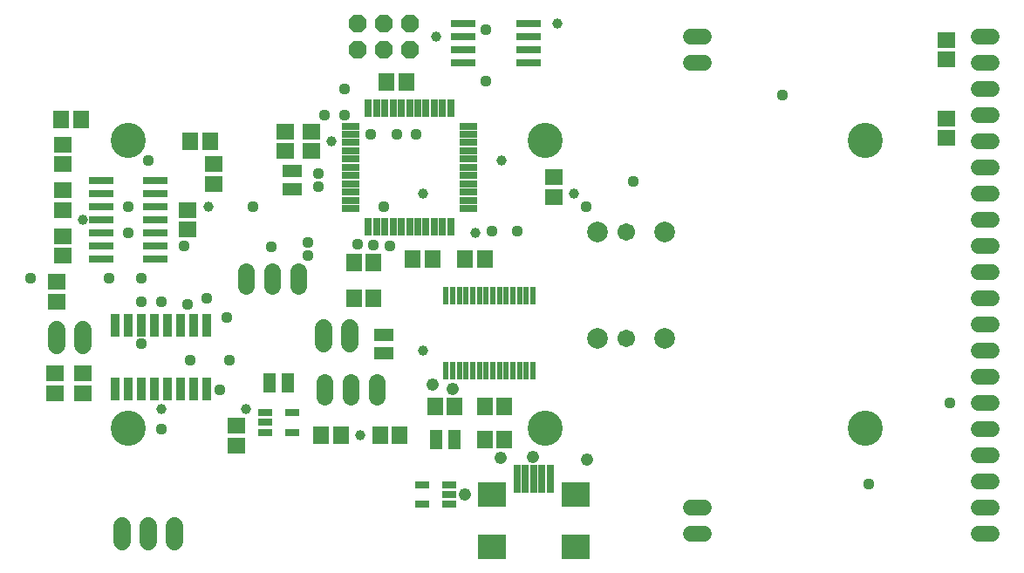
<source format=gts>
G75*
%MOIN*%
%OFA0B0*%
%FSLAX24Y24*%
%IPPOS*%
%LPD*%
%AMOC8*
5,1,8,0,0,1.08239X$1,22.5*
%
%ADD10C,0.1340*%
%ADD11R,0.0297X0.0690*%
%ADD12R,0.0690X0.0297*%
%ADD13R,0.0592X0.0671*%
%ADD14R,0.0671X0.0592*%
%ADD15R,0.0781X0.0482*%
%ADD16OC8,0.0680*%
%ADD17R,0.0946X0.0316*%
%ADD18R,0.0340X0.0880*%
%ADD19R,0.0237X0.0671*%
%ADD20C,0.0595*%
%ADD21C,0.0674*%
%ADD22C,0.0789*%
%ADD23R,0.0552X0.0297*%
%ADD24C,0.0680*%
%ADD25R,0.0482X0.0781*%
%ADD26C,0.0640*%
%ADD27R,0.0946X0.0277*%
%ADD28R,0.0276X0.1060*%
%ADD29R,0.1060X0.0950*%
%ADD30C,0.0390*%
%ADD31C,0.0476*%
%ADD32C,0.0440*%
D10*
X004355Y005950D03*
X020300Y005950D03*
X032505Y005950D03*
X032505Y016974D03*
X020300Y016974D03*
X004355Y016974D03*
D11*
X013530Y018199D03*
X013845Y018199D03*
X014160Y018199D03*
X014475Y018199D03*
X014790Y018199D03*
X015105Y018199D03*
X015420Y018199D03*
X015735Y018199D03*
X016050Y018199D03*
X016365Y018199D03*
X016680Y018199D03*
X016680Y013671D03*
X016365Y013671D03*
X016050Y013671D03*
X015735Y013671D03*
X015420Y013671D03*
X015105Y013671D03*
X014790Y013671D03*
X014475Y013671D03*
X014160Y013671D03*
X013845Y013671D03*
X013530Y013671D03*
D12*
X012841Y014360D03*
X012841Y014675D03*
X012841Y014990D03*
X012841Y015305D03*
X012841Y015620D03*
X012841Y015935D03*
X012841Y016250D03*
X012841Y016565D03*
X012841Y016880D03*
X012841Y017195D03*
X012841Y017510D03*
X017369Y017510D03*
X017369Y017195D03*
X017369Y016880D03*
X017369Y016565D03*
X017369Y016250D03*
X017369Y015935D03*
X017369Y015620D03*
X017369Y015305D03*
X017369Y014990D03*
X017369Y014675D03*
X017369Y014360D03*
D13*
X017231Y012435D03*
X017979Y012435D03*
X015979Y012435D03*
X015231Y012435D03*
X013729Y012310D03*
X012981Y012310D03*
X012981Y010935D03*
X013729Y010935D03*
X016081Y006785D03*
X016829Y006785D03*
X017981Y006785D03*
X018729Y006785D03*
X018729Y005535D03*
X017981Y005535D03*
X014729Y005685D03*
X013981Y005685D03*
X012479Y005685D03*
X011731Y005685D03*
X007479Y016935D03*
X006731Y016935D03*
X002537Y017757D03*
X001789Y017757D03*
X014231Y019185D03*
X014979Y019185D03*
D14*
X011355Y017309D03*
X010355Y017309D03*
X010355Y016561D03*
X011355Y016561D03*
X007605Y016059D03*
X007605Y015311D03*
X006605Y014309D03*
X006605Y013561D03*
X001855Y013309D03*
X001855Y012561D03*
X001605Y011559D03*
X001605Y010811D03*
X001555Y008059D03*
X002605Y008059D03*
X002605Y007311D03*
X001555Y007311D03*
X008480Y006059D03*
X008480Y005311D03*
X001855Y014311D03*
X001855Y015059D03*
X001855Y016061D03*
X001855Y016809D03*
X020635Y015549D03*
X020635Y014801D03*
X035605Y017061D03*
X035605Y017809D03*
X035605Y020061D03*
X035605Y020809D03*
D15*
X014105Y009535D03*
X014105Y008835D03*
X010605Y015085D03*
X010605Y015785D03*
D16*
X013105Y020435D03*
X014105Y020435D03*
X015105Y020435D03*
X015105Y021435D03*
X014105Y021435D03*
X013105Y021435D03*
D17*
X005379Y015435D03*
X005379Y014935D03*
X005379Y014435D03*
X005379Y013935D03*
X005379Y013435D03*
X005379Y012935D03*
X005379Y012435D03*
X003331Y012435D03*
X003331Y012935D03*
X003331Y013435D03*
X003331Y013935D03*
X003331Y014435D03*
X003331Y014935D03*
X003331Y015435D03*
D18*
X003855Y009895D03*
X004355Y009895D03*
X004855Y009895D03*
X005355Y009895D03*
X005855Y009895D03*
X006355Y009895D03*
X006855Y009895D03*
X007355Y009895D03*
X007355Y007475D03*
X006855Y007475D03*
X006355Y007475D03*
X005855Y007475D03*
X005355Y007475D03*
X004855Y007475D03*
X004355Y007475D03*
X003855Y007475D03*
D19*
X016492Y008158D03*
X016748Y008158D03*
X017003Y008158D03*
X017259Y008158D03*
X017515Y008158D03*
X017771Y008158D03*
X018027Y008158D03*
X018283Y008158D03*
X018539Y008158D03*
X018795Y008158D03*
X019051Y008158D03*
X019307Y008158D03*
X019562Y008158D03*
X019818Y008158D03*
X019818Y011012D03*
X019562Y011012D03*
X019307Y011012D03*
X019051Y011012D03*
X018795Y011012D03*
X018539Y011012D03*
X018283Y011012D03*
X018027Y011012D03*
X017771Y011012D03*
X017515Y011012D03*
X017259Y011012D03*
X017003Y011012D03*
X016748Y011012D03*
X016492Y011012D03*
D20*
X025848Y002936D02*
X026363Y002936D01*
X026363Y001936D02*
X025848Y001936D01*
X036848Y001936D02*
X037363Y001936D01*
X037363Y002936D02*
X036848Y002936D01*
X036848Y003936D02*
X037363Y003936D01*
X037363Y004936D02*
X036848Y004936D01*
X036848Y005936D02*
X037363Y005936D01*
X037363Y006936D02*
X036848Y006936D01*
X036848Y007936D02*
X037363Y007936D01*
X037363Y008936D02*
X036848Y008936D01*
X036848Y009936D02*
X037363Y009936D01*
X037363Y010936D02*
X036848Y010936D01*
X036848Y011936D02*
X037363Y011936D01*
X037363Y012936D02*
X036848Y012936D01*
X036848Y013936D02*
X037363Y013936D01*
X037363Y014936D02*
X036848Y014936D01*
X036848Y015936D02*
X037363Y015936D01*
X037363Y016936D02*
X036848Y016936D01*
X036848Y017936D02*
X037363Y017936D01*
X037363Y018936D02*
X036848Y018936D01*
X036848Y019936D02*
X037363Y019936D01*
X037363Y020936D02*
X036848Y020936D01*
X026363Y020936D02*
X025848Y020936D01*
X025848Y019936D02*
X026363Y019936D01*
D21*
X023380Y013463D03*
X023380Y009407D03*
D22*
X022278Y009407D03*
X024837Y009407D03*
X024837Y013463D03*
X022278Y013463D03*
D23*
X010617Y006559D03*
X009593Y006559D03*
X009593Y006185D03*
X009593Y005811D03*
X010617Y005811D03*
X015593Y003809D03*
X015593Y003061D03*
X016617Y003061D03*
X016617Y003435D03*
X016617Y003809D03*
D24*
X004105Y002235D02*
X004105Y001635D01*
X005105Y001635D02*
X005105Y002235D01*
X006105Y002235D02*
X006105Y001635D01*
X002605Y009135D02*
X002605Y009735D01*
X001605Y009735D02*
X001605Y009135D01*
X011831Y009182D02*
X011831Y009782D01*
X012831Y009782D02*
X012831Y009182D01*
D25*
X010455Y007685D03*
X009755Y007685D03*
X016105Y005535D03*
X016805Y005535D03*
D26*
X013855Y007155D02*
X013855Y007715D01*
X012855Y007715D02*
X012855Y007155D01*
X011855Y007155D02*
X011855Y007715D01*
X010855Y011405D02*
X010855Y011965D01*
X009855Y011965D02*
X009855Y011405D01*
X008855Y011405D02*
X008855Y011965D01*
D27*
X017163Y019935D03*
X017163Y020435D03*
X017163Y020935D03*
X017163Y021435D03*
X019647Y021431D03*
X019647Y020931D03*
X019647Y020431D03*
X019647Y019935D03*
D28*
X019525Y004025D03*
X019210Y004025D03*
X019840Y004025D03*
X020155Y004025D03*
X020470Y004025D03*
D29*
X021440Y003425D03*
X021440Y001425D03*
X018240Y001425D03*
X018240Y003425D03*
D30*
X013230Y005685D03*
X008855Y006685D03*
X005605Y006685D03*
X015605Y008935D03*
X017605Y013435D03*
X015605Y014935D03*
X018605Y016185D03*
X021380Y014935D03*
X012105Y016935D03*
X007418Y014435D03*
X002605Y013935D03*
X016105Y020935D03*
X020755Y021435D03*
D31*
X015995Y007615D03*
X016745Y007465D03*
X018585Y004825D03*
X019825Y004875D03*
X021895Y004755D03*
X017235Y003435D03*
D32*
X008230Y008560D03*
X006730Y008560D03*
X007855Y007435D03*
X005605Y005935D03*
X004855Y009185D03*
X006605Y010685D03*
X007355Y010935D03*
X008105Y010185D03*
X005605Y010810D03*
X004855Y010810D03*
X004855Y011685D03*
X003605Y011685D03*
X004355Y013435D03*
X004355Y014435D03*
X006480Y012935D03*
X009105Y014435D03*
X011230Y013060D03*
X011230Y012560D03*
X009805Y012885D03*
X013105Y012998D03*
X013705Y012972D03*
X014355Y012935D03*
X014105Y014435D03*
X011605Y015185D03*
X011605Y015685D03*
X013605Y017185D03*
X014605Y017185D03*
X015355Y017185D03*
X012605Y017935D03*
X011855Y017935D03*
X012605Y018935D03*
X018005Y019235D03*
X018005Y021185D03*
X023655Y015385D03*
X021868Y014435D03*
X019205Y013485D03*
X018255Y013485D03*
X029355Y018685D03*
X035755Y006935D03*
X032655Y003835D03*
X005105Y016185D03*
X000605Y011685D03*
M02*

</source>
